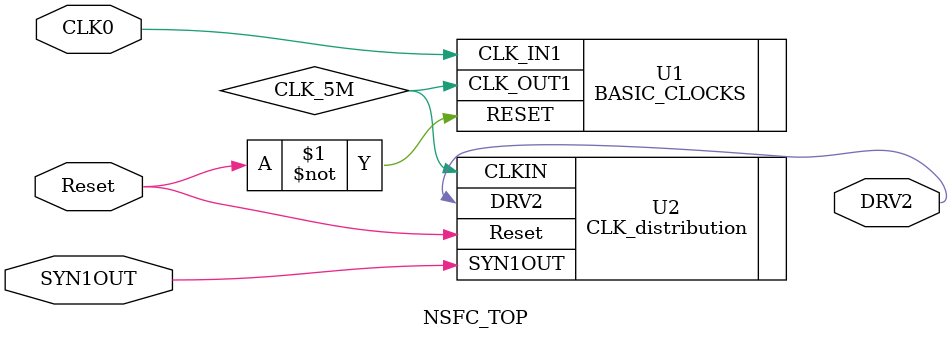
<source format=v>
`timescale 1ns / 1ps
/********************************************************************************
                           ¶¥²ãÄ£¿é
×÷ÓÃ£º²úÉúÏµÍ³ËùÐèÊ±ÖÓ
									
/********************************************************************************/
module NSFC_TOP(
    input CLK0,Reset,SYN1OUT, //ÏµÍ³Ö÷Ê±ÖÓÓë¸´Î»¡£
    output DRV2
	);         
 
 wire CLK_5M;
 
 //»ù±¾Ê±ÖÓ, ÊäÈë50M£¬Êä³ö5M
  BASIC_CLOCKS U1
   (// Clock in ports
    .CLK_IN1(CLK0),   // IN-50M
    // Clock out ports
    .CLK_OUT1(CLK_5M),     // Out-5M
    .RESET(~Reset));        
  
 //100KÊ±ÖÓ
  CLK_distribution U2
  (
    .CLKIN(CLK_5M), //CLK_5M
	 .Reset(Reset),
	 .SYN1OUT(SYN1OUT),
	 .DRV2(DRV2));
  
endmodule

</source>
